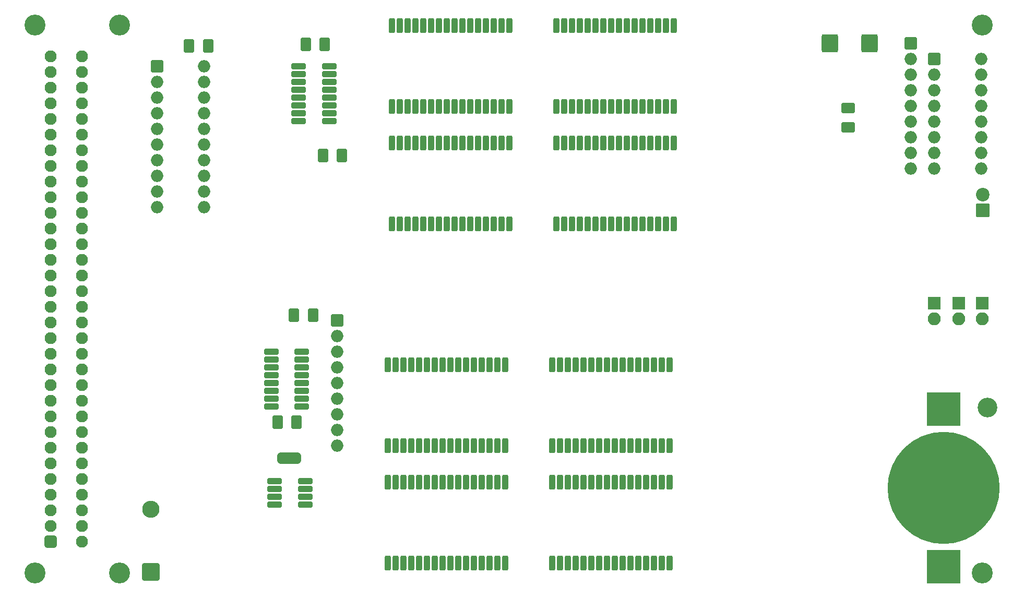
<source format=gbr>
G04 #@! TF.GenerationSoftware,KiCad,Pcbnew,8.0.9-8.0.9-0~ubuntu22.04.1*
G04 #@! TF.CreationDate,2025-03-29T10:12:52+01:00*
G04 #@! TF.ProjectId,CPU09RAM,43505530-3952-4414-9d2e-6b696361645f,rev?*
G04 #@! TF.SameCoordinates,Original*
G04 #@! TF.FileFunction,Soldermask,Top*
G04 #@! TF.FilePolarity,Negative*
%FSLAX46Y46*%
G04 Gerber Fmt 4.6, Leading zero omitted, Abs format (unit mm)*
G04 Created by KiCad (PCBNEW 8.0.9-8.0.9-0~ubuntu22.04.1) date 2025-03-29 10:12:52*
%MOMM*%
%LPD*%
G01*
G04 APERTURE LIST*
G04 Aperture macros list*
%AMRoundRect*
0 Rectangle with rounded corners*
0 $1 Rounding radius*
0 $2 $3 $4 $5 $6 $7 $8 $9 X,Y pos of 4 corners*
0 Add a 4 corners polygon primitive as box body*
4,1,4,$2,$3,$4,$5,$6,$7,$8,$9,$2,$3,0*
0 Add four circle primitives for the rounded corners*
1,1,$1+$1,$2,$3*
1,1,$1+$1,$4,$5*
1,1,$1+$1,$6,$7*
1,1,$1+$1,$8,$9*
0 Add four rect primitives between the rounded corners*
20,1,$1+$1,$2,$3,$4,$5,0*
20,1,$1+$1,$4,$5,$6,$7,0*
20,1,$1+$1,$6,$7,$8,$9,0*
20,1,$1+$1,$8,$9,$2,$3,0*%
%AMFreePoly0*
4,1,40,0.636777,0.930194,0.706366,0.874698,0.744986,0.794504,0.750000,0.750000,0.750000,-0.750000,0.730194,-0.836777,0.674698,-0.906366,0.594504,-0.944986,0.550000,-0.950000,0.000000,-0.950000,-0.022297,-0.944911,-0.071157,-0.944911,-0.127504,-0.936810,-0.264055,-0.896715,-0.315837,-0.873066,-0.435559,-0.796125,-0.478580,-0.758847,-0.571777,-0.651292,-0.602554,-0.603402,-0.661673,-0.473948,
-0.677710,-0.419330,-0.697964,-0.278464,-0.700000,-0.250000,-0.700000,0.250000,-0.697964,0.278464,-0.677710,0.419330,-0.661673,0.473948,-0.602554,0.603402,-0.571777,0.651292,-0.478580,0.758847,-0.435559,0.796125,-0.315837,0.873066,-0.264055,0.896715,-0.127504,0.936810,-0.071157,0.944911,-0.044660,0.944911,-0.044504,0.944986,0.000000,0.950000,0.550000,0.950000,0.636777,0.930194,
0.636777,0.930194,$1*%
%AMFreePoly1*
4,1,40,0.022297,0.944911,0.071157,0.944911,0.127504,0.936810,0.264055,0.896715,0.315837,0.873066,0.435559,0.796125,0.478580,0.758847,0.571777,0.651292,0.602554,0.603402,0.661673,0.473948,0.677710,0.419330,0.697964,0.278464,0.700000,0.250000,0.700000,-0.250000,0.697964,-0.278464,0.677710,-0.419330,0.661673,-0.473948,0.602554,-0.603402,0.571777,-0.651292,0.478580,-0.758847,
0.435559,-0.796125,0.315837,-0.873066,0.264055,-0.896715,0.127504,-0.936810,0.071157,-0.944911,0.044660,-0.944911,0.044504,-0.944986,0.000000,-0.950000,-0.550000,-0.950000,-0.636777,-0.930194,-0.706366,-0.874698,-0.744986,-0.794504,-0.750000,-0.750000,-0.750000,0.750000,-0.730194,0.836777,-0.674698,0.906366,-0.594504,0.944986,-0.550000,0.950000,0.000000,0.950000,0.022297,0.944911,
0.022297,0.944911,$1*%
G04 Aperture macros list end*
%ADD10RoundRect,0.250000X0.925000X0.250000X-0.925000X0.250000X-0.925000X-0.250000X0.925000X-0.250000X0*%
%ADD11RoundRect,0.250000X0.250000X-0.975000X0.250000X0.975000X-0.250000X0.975000X-0.250000X-0.975000X0*%
%ADD12RoundRect,0.325471X0.537029X0.774529X-0.537029X0.774529X-0.537029X-0.774529X0.537029X-0.774529X0*%
%ADD13FreePoly0,0.000000*%
%ADD14RoundRect,0.200000X-0.500000X-0.750000X0.500000X-0.750000X0.500000X0.750000X-0.500000X0.750000X0*%
%ADD15FreePoly1,0.000000*%
%ADD16C,3.200000*%
%ADD17RoundRect,0.200000X-0.850000X-0.850000X0.850000X-0.850000X0.850000X0.850000X-0.850000X0.850000X0*%
%ADD18O,2.100000X2.100000*%
%ADD19RoundRect,0.250000X-0.925000X-0.250000X0.925000X-0.250000X0.925000X0.250000X-0.925000X0.250000X0*%
%ADD20C,3.400000*%
%ADD21RoundRect,0.200000X-0.800000X-0.800000X0.800000X-0.800000X0.800000X0.800000X-0.800000X0.800000X0*%
%ADD22O,2.000000X2.000000*%
%ADD23RoundRect,0.200000X0.900000X-0.900000X0.900000X0.900000X-0.900000X0.900000X-0.900000X-0.900000X0*%
%ADD24C,2.200000*%
%ADD25RoundRect,0.294444X1.030556X1.180556X-1.030556X1.180556X-1.030556X-1.180556X1.030556X-1.180556X0*%
%ADD26RoundRect,0.200000X1.200000X-1.200000X1.200000X1.200000X-1.200000X1.200000X-1.200000X-1.200000X0*%
%ADD27O,2.800000X2.800000*%
%ADD28RoundRect,0.200000X-0.800000X0.800000X-0.800000X-0.800000X0.800000X-0.800000X0.800000X0.800000X0*%
%ADD29C,3.250000*%
%ADD30RoundRect,0.314516X0.660484X-0.660484X0.660484X0.660484X-0.660484X0.660484X-0.660484X-0.660484X0*%
%ADD31C,1.950000*%
%ADD32RoundRect,0.325471X-0.774529X0.537029X-0.774529X-0.537029X0.774529X-0.537029X0.774529X0.537029X0*%
%ADD33RoundRect,0.200000X-2.550000X2.550000X-2.550000X-2.550000X2.550000X-2.550000X2.550000X2.550000X0*%
%ADD34C,18.200000*%
G04 APERTURE END LIST*
D10*
X106615000Y-133350000D03*
X106615000Y-132080000D03*
X106615000Y-130810000D03*
X106615000Y-129540000D03*
X101665000Y-129540000D03*
X101665000Y-130810000D03*
X101665000Y-132080000D03*
X101665000Y-133350000D03*
D11*
X120015000Y-123825000D03*
X121285000Y-123825000D03*
X122555000Y-123825000D03*
X123825000Y-123825000D03*
X125095000Y-123825000D03*
X126365000Y-123825000D03*
X127635000Y-123825000D03*
X128905000Y-123825000D03*
X130175000Y-123825000D03*
X131445000Y-123825000D03*
X132715000Y-123825000D03*
X133985000Y-123825000D03*
X135255000Y-123825000D03*
X136525000Y-123825000D03*
X137795000Y-123825000D03*
X139065000Y-123825000D03*
X139065000Y-110725000D03*
X137795000Y-110725000D03*
X136525000Y-110725000D03*
X135255000Y-110725000D03*
X133985000Y-110725000D03*
X132715000Y-110725000D03*
X131445000Y-110725000D03*
X130175000Y-110725000D03*
X128905000Y-110725000D03*
X127635000Y-110725000D03*
X126365000Y-110725000D03*
X125095000Y-110725000D03*
X123825000Y-110725000D03*
X122555000Y-110725000D03*
X121285000Y-110725000D03*
X120015000Y-110725000D03*
D12*
X90882000Y-58928000D03*
X87757000Y-58928000D03*
X112599000Y-76708000D03*
X109474000Y-76708000D03*
D13*
X102713000Y-125857000D03*
D14*
X104013000Y-125857000D03*
D15*
X105313000Y-125857000D03*
D16*
X217297000Y-117602000D03*
D17*
X216408000Y-100711000D03*
D18*
X216408000Y-103251000D03*
D11*
X120015000Y-142875000D03*
X121285000Y-142875000D03*
X122555000Y-142875000D03*
X123825000Y-142875000D03*
X125095000Y-142875000D03*
X126365000Y-142875000D03*
X127635000Y-142875000D03*
X128905000Y-142875000D03*
X130175000Y-142875000D03*
X131445000Y-142875000D03*
X132715000Y-142875000D03*
X133985000Y-142875000D03*
X135255000Y-142875000D03*
X136525000Y-142875000D03*
X137795000Y-142875000D03*
X139065000Y-142875000D03*
X139065000Y-129775000D03*
X137795000Y-129775000D03*
X136525000Y-129775000D03*
X135255000Y-129775000D03*
X133985000Y-129775000D03*
X132715000Y-129775000D03*
X131445000Y-129775000D03*
X130175000Y-129775000D03*
X128905000Y-129775000D03*
X127635000Y-129775000D03*
X126365000Y-129775000D03*
X125095000Y-129775000D03*
X123825000Y-129775000D03*
X122555000Y-129775000D03*
X121285000Y-129775000D03*
X120015000Y-129775000D03*
D19*
X105540000Y-62230000D03*
X105540000Y-63500000D03*
X105540000Y-64770000D03*
X105540000Y-66040000D03*
X105540000Y-67310000D03*
X105540000Y-68580000D03*
X105540000Y-69850000D03*
X105540000Y-71120000D03*
X110490000Y-71120000D03*
X110490000Y-69850000D03*
X110490000Y-68580000D03*
X110490000Y-67310000D03*
X110490000Y-66040000D03*
X110490000Y-64770000D03*
X110490000Y-63500000D03*
X110490000Y-62230000D03*
D12*
X109805000Y-58674000D03*
X106680000Y-58674000D03*
D11*
X147320000Y-68780000D03*
X148590000Y-68780000D03*
X149860000Y-68780000D03*
X151130000Y-68780000D03*
X152400000Y-68780000D03*
X153670000Y-68780000D03*
X154940000Y-68780000D03*
X156210000Y-68780000D03*
X157480000Y-68780000D03*
X158750000Y-68780000D03*
X160020000Y-68780000D03*
X161290000Y-68780000D03*
X162560000Y-68780000D03*
X163830000Y-68780000D03*
X165100000Y-68780000D03*
X166370000Y-68780000D03*
X166370000Y-55680000D03*
X165100000Y-55680000D03*
X163830000Y-55680000D03*
X162560000Y-55680000D03*
X161290000Y-55680000D03*
X160020000Y-55680000D03*
X158750000Y-55680000D03*
X157480000Y-55680000D03*
X156210000Y-55680000D03*
X154940000Y-55680000D03*
X153670000Y-55680000D03*
X152400000Y-55680000D03*
X151130000Y-55680000D03*
X149860000Y-55680000D03*
X148590000Y-55680000D03*
X147320000Y-55680000D03*
D17*
X212598000Y-100711000D03*
D18*
X212598000Y-103251000D03*
D20*
X62760000Y-55550000D03*
X62760000Y-144450000D03*
X76510000Y-55550000D03*
X76510000Y-144450000D03*
X216430000Y-55550000D03*
X216430000Y-144450000D03*
D12*
X105233000Y-120015000D03*
X102108000Y-120015000D03*
D11*
X146685000Y-123825000D03*
X147955000Y-123825000D03*
X149225000Y-123825000D03*
X150495000Y-123825000D03*
X151765000Y-123825000D03*
X153035000Y-123825000D03*
X154305000Y-123825000D03*
X155575000Y-123825000D03*
X156845000Y-123825000D03*
X158115000Y-123825000D03*
X159385000Y-123825000D03*
X160655000Y-123825000D03*
X161925000Y-123825000D03*
X163195000Y-123825000D03*
X164465000Y-123825000D03*
X165735000Y-123825000D03*
X165735000Y-110725000D03*
X164465000Y-110725000D03*
X163195000Y-110725000D03*
X161925000Y-110725000D03*
X160655000Y-110725000D03*
X159385000Y-110725000D03*
X158115000Y-110725000D03*
X156845000Y-110725000D03*
X155575000Y-110725000D03*
X154305000Y-110725000D03*
X153035000Y-110725000D03*
X151765000Y-110725000D03*
X150495000Y-110725000D03*
X149225000Y-110725000D03*
X147955000Y-110725000D03*
X146685000Y-110725000D03*
X120650000Y-87830000D03*
X121920000Y-87830000D03*
X123190000Y-87830000D03*
X124460000Y-87830000D03*
X125730000Y-87830000D03*
X127000000Y-87830000D03*
X128270000Y-87830000D03*
X129540000Y-87830000D03*
X130810000Y-87830000D03*
X132080000Y-87830000D03*
X133350000Y-87830000D03*
X134620000Y-87830000D03*
X135890000Y-87830000D03*
X137160000Y-87830000D03*
X138430000Y-87830000D03*
X139700000Y-87830000D03*
X139700000Y-74730000D03*
X138430000Y-74730000D03*
X137160000Y-74730000D03*
X135890000Y-74730000D03*
X134620000Y-74730000D03*
X133350000Y-74730000D03*
X132080000Y-74730000D03*
X130810000Y-74730000D03*
X129540000Y-74730000D03*
X128270000Y-74730000D03*
X127000000Y-74730000D03*
X125730000Y-74730000D03*
X124460000Y-74730000D03*
X123190000Y-74730000D03*
X121920000Y-74730000D03*
X120650000Y-74730000D03*
D21*
X82550000Y-62230000D03*
D22*
X82550000Y-64770000D03*
X82550000Y-67310000D03*
X82550000Y-69850000D03*
X82550000Y-72390000D03*
X82550000Y-74930000D03*
X82550000Y-77470000D03*
X82550000Y-80010000D03*
X82550000Y-82550000D03*
X82550000Y-85090000D03*
X90170000Y-85090000D03*
X90170000Y-82550000D03*
X90170000Y-80010000D03*
X90170000Y-77470000D03*
X90170000Y-74930000D03*
X90170000Y-72390000D03*
X90170000Y-69850000D03*
X90170000Y-67310000D03*
X90170000Y-64770000D03*
X90170000Y-62230000D03*
D23*
X216535000Y-85598000D03*
D24*
X216535000Y-83058000D03*
D11*
X147320000Y-87830000D03*
X148590000Y-87830000D03*
X149860000Y-87830000D03*
X151130000Y-87830000D03*
X152400000Y-87830000D03*
X153670000Y-87830000D03*
X154940000Y-87830000D03*
X156210000Y-87830000D03*
X157480000Y-87830000D03*
X158750000Y-87830000D03*
X160020000Y-87830000D03*
X161290000Y-87830000D03*
X162560000Y-87830000D03*
X163830000Y-87830000D03*
X165100000Y-87830000D03*
X166370000Y-87830000D03*
X166370000Y-74730000D03*
X165100000Y-74730000D03*
X163830000Y-74730000D03*
X162560000Y-74730000D03*
X161290000Y-74730000D03*
X160020000Y-74730000D03*
X158750000Y-74730000D03*
X157480000Y-74730000D03*
X156210000Y-74730000D03*
X154940000Y-74730000D03*
X153670000Y-74730000D03*
X152400000Y-74730000D03*
X151130000Y-74730000D03*
X149860000Y-74730000D03*
X148590000Y-74730000D03*
X147320000Y-74730000D03*
D25*
X198120000Y-58547000D03*
X191720000Y-58547000D03*
D26*
X81534000Y-144272000D03*
D27*
X81534000Y-134112000D03*
D12*
X107900000Y-102616000D03*
X104775000Y-102616000D03*
D21*
X208661000Y-61087000D03*
D22*
X208661000Y-63627000D03*
X208661000Y-66167000D03*
X208661000Y-68707000D03*
X208661000Y-71247000D03*
X208661000Y-73787000D03*
X208661000Y-76327000D03*
X208661000Y-78867000D03*
X216281000Y-78867000D03*
X216281000Y-76327000D03*
X216281000Y-73787000D03*
X216281000Y-71247000D03*
X216281000Y-68707000D03*
X216281000Y-66167000D03*
X216281000Y-63627000D03*
X216281000Y-61087000D03*
D28*
X204851000Y-58532000D03*
D22*
X204851000Y-61072000D03*
X204851000Y-63612000D03*
X204851000Y-66152000D03*
X204851000Y-68692000D03*
X204851000Y-71232000D03*
X204851000Y-73772000D03*
X204851000Y-76312000D03*
X204851000Y-78852000D03*
D29*
X62760000Y-144453000D03*
X62760000Y-55553000D03*
D30*
X65300000Y-139373000D03*
D31*
X65300000Y-136833000D03*
X65300000Y-134293000D03*
X65300000Y-131753000D03*
X65300000Y-129213000D03*
X65300000Y-126673000D03*
X65300000Y-124133000D03*
X65300000Y-121593000D03*
X65300000Y-119053000D03*
X65300000Y-116513000D03*
X65300000Y-113973000D03*
X65300000Y-111433000D03*
X65300000Y-108893000D03*
X65300000Y-106353000D03*
X65300000Y-103813000D03*
X65300000Y-101273000D03*
X65300000Y-98733000D03*
X65300000Y-96193000D03*
X65300000Y-93653000D03*
X65300000Y-91113000D03*
X65300000Y-88573000D03*
X65300000Y-86033000D03*
X65300000Y-83493000D03*
X65300000Y-80953000D03*
X65300000Y-78413000D03*
X65300000Y-75873000D03*
X65300000Y-73333000D03*
X65300000Y-70793000D03*
X65300000Y-68253000D03*
X65300000Y-65713000D03*
X65300000Y-63173000D03*
X65300000Y-60633000D03*
X70380000Y-139373000D03*
X70380000Y-136833000D03*
X70380000Y-134293000D03*
X70380000Y-131753000D03*
X70380000Y-129213000D03*
X70380000Y-126673000D03*
X70380000Y-124133000D03*
X70380000Y-121593000D03*
X70380000Y-119053000D03*
X70380000Y-116513000D03*
X70380000Y-113973000D03*
X70380000Y-111433000D03*
X70380000Y-108893000D03*
X70380000Y-106353000D03*
X70380000Y-103813000D03*
X70380000Y-101273000D03*
X70380000Y-98733000D03*
X70380000Y-96193000D03*
X70380000Y-93653000D03*
X70380000Y-91113000D03*
X70380000Y-88573000D03*
X70380000Y-86033000D03*
X70380000Y-83493000D03*
X70380000Y-80953000D03*
X70380000Y-78413000D03*
X70380000Y-75873000D03*
X70380000Y-73333000D03*
X70380000Y-70793000D03*
X70380000Y-68253000D03*
X70380000Y-65713000D03*
X70380000Y-63173000D03*
X70380000Y-60633000D03*
D19*
X101095000Y-108585000D03*
X101095000Y-109855000D03*
X101095000Y-111125000D03*
X101095000Y-112395000D03*
X101095000Y-113665000D03*
X101095000Y-114935000D03*
X101095000Y-116205000D03*
X101095000Y-117475000D03*
X106045000Y-117475000D03*
X106045000Y-116205000D03*
X106045000Y-114935000D03*
X106045000Y-113665000D03*
X106045000Y-112395000D03*
X106045000Y-111125000D03*
X106045000Y-109855000D03*
X106045000Y-108585000D03*
D32*
X194691000Y-69011000D03*
X194691000Y-72136000D03*
D28*
X111760000Y-103505000D03*
D22*
X111760000Y-106045000D03*
X111760000Y-108585000D03*
X111760000Y-111125000D03*
X111760000Y-113665000D03*
X111760000Y-116205000D03*
X111760000Y-118745000D03*
X111760000Y-121285000D03*
X111760000Y-123825000D03*
D11*
X146685000Y-142875000D03*
X147955000Y-142875000D03*
X149225000Y-142875000D03*
X150495000Y-142875000D03*
X151765000Y-142875000D03*
X153035000Y-142875000D03*
X154305000Y-142875000D03*
X155575000Y-142875000D03*
X156845000Y-142875000D03*
X158115000Y-142875000D03*
X159385000Y-142875000D03*
X160655000Y-142875000D03*
X161925000Y-142875000D03*
X163195000Y-142875000D03*
X164465000Y-142875000D03*
X165735000Y-142875000D03*
X165735000Y-129775000D03*
X164465000Y-129775000D03*
X163195000Y-129775000D03*
X161925000Y-129775000D03*
X160655000Y-129775000D03*
X159385000Y-129775000D03*
X158115000Y-129775000D03*
X156845000Y-129775000D03*
X155575000Y-129775000D03*
X154305000Y-129775000D03*
X153035000Y-129775000D03*
X151765000Y-129775000D03*
X150495000Y-129775000D03*
X149225000Y-129775000D03*
X147955000Y-129775000D03*
X146685000Y-129775000D03*
X120650000Y-68780000D03*
X121920000Y-68780000D03*
X123190000Y-68780000D03*
X124460000Y-68780000D03*
X125730000Y-68780000D03*
X127000000Y-68780000D03*
X128270000Y-68780000D03*
X129540000Y-68780000D03*
X130810000Y-68780000D03*
X132080000Y-68780000D03*
X133350000Y-68780000D03*
X134620000Y-68780000D03*
X135890000Y-68780000D03*
X137160000Y-68780000D03*
X138430000Y-68780000D03*
X139700000Y-68780000D03*
X139700000Y-55680000D03*
X138430000Y-55680000D03*
X137160000Y-55680000D03*
X135890000Y-55680000D03*
X134620000Y-55680000D03*
X133350000Y-55680000D03*
X132080000Y-55680000D03*
X130810000Y-55680000D03*
X129540000Y-55680000D03*
X128270000Y-55680000D03*
X127000000Y-55680000D03*
X125730000Y-55680000D03*
X124460000Y-55680000D03*
X123190000Y-55680000D03*
X121920000Y-55680000D03*
X120650000Y-55680000D03*
D33*
X210207244Y-117883000D03*
X210207244Y-143483000D03*
D34*
X210207244Y-130683000D03*
D17*
X208661000Y-100711000D03*
D18*
X208661000Y-103251000D03*
M02*

</source>
